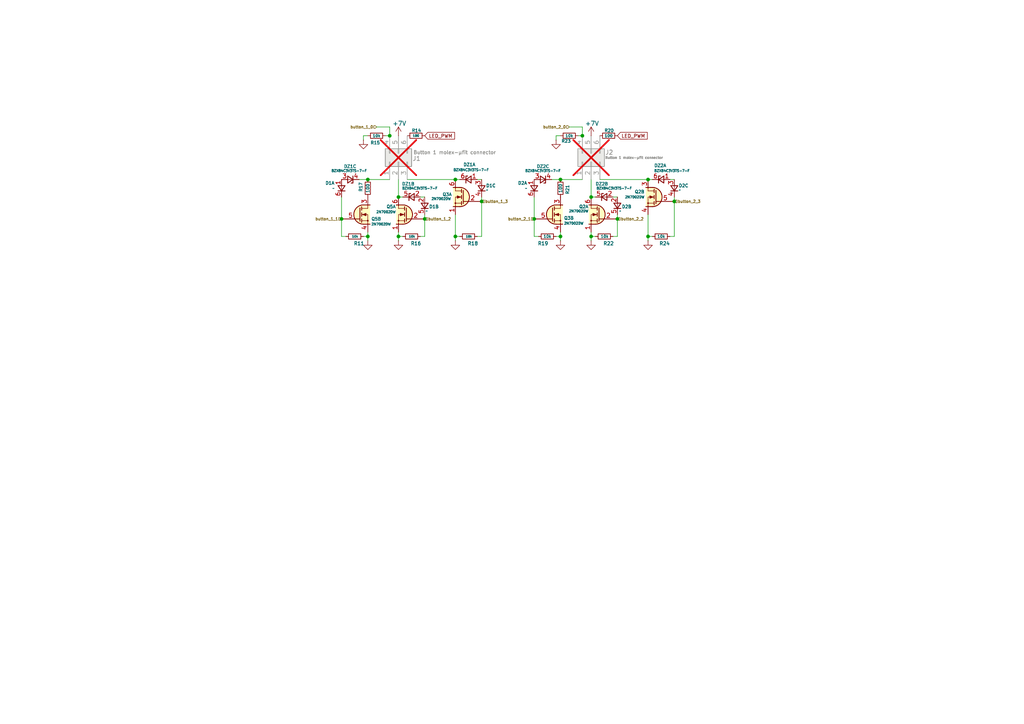
<source format=kicad_sch>
(kicad_sch (version 20231120) (generator "eeschema") (generator_version "8.0")
  (paper "A4")
  (lib_symbols
    (symbol "Connector_Generic:Conn_02x03_Top_Bottom" (pin_names (offset 1.016) hide)
      (property "Reference" "J" (at 1.27 5.08 0))
      (property "Value" "Conn_02x03_Top_Bottom" (at 1.27 -5.08 0))
      (symbol "Conn_02x03_Top_Bottom_1_1"
        (rectangle (start -1.27 -2.413) (end 0 -2.667) (stroke (width 0.1524)))
        (rectangle (start -1.27 0.127) (end 0 -0.127) (stroke (width 0.1524)))
        (rectangle (start -1.27 2.667) (end 0 2.413) (stroke (width 0.1524)))
        (rectangle (start -1.27 3.81) (end 3.81 -3.81) (stroke (width 0.254)) (fill (type background)))
        (rectangle (start 3.81 -2.413) (end 2.54 -2.667) (stroke (width 0.1524)))
        (rectangle (start 3.81 0.127) (end 2.54 -0.127) (stroke (width 0.1524)))
        (rectangle (start 3.81 2.667) (end 2.54 2.413) (stroke (width 0.1524)))
        (pin passive line (at -5.08 2.54 0) (length 3.81) (name "Pin_1") (number "1"))
        (pin passive line (at -5.08 0 0) (length 3.81) (name "Pin_2") (number "2"))
        (pin passive line (at -5.08 -2.54 0) (length 3.81) (name "Pin_3") (number "3"))
        (pin passive line (at 7.62 2.54 180) (length 3.81) (name "Pin_4") (number "4"))
        (pin passive line (at 7.62 0 180) (length 3.81) (name "Pin_5") (number "5"))
        (pin passive line (at 7.62 -2.54 180) (length 3.81) (name "Pin_6") (number "6"))
      )
    )
    (symbol "Device:R_Small" (pin_numbers hide) (pin_names (offset 0.254) hide)
      (property "Reference" "R" (at 0.762 0.508 0))
      (property "Value" "R_Small" (at 0.762 -1.016 0))
      (symbol "R_Small_0_1"
        (rectangle (start -0.762 1.778) (end 0.762 -1.778) (stroke (width 0.2032)))
      )
      (symbol "R_Small_1_1"
        (pin passive line (at 0 2.54 270) (length 0.762) (name "~") (number "1"))
        (pin passive line (at 0 -2.54 90) (length 0.762) (name "~") (number "2"))
      )
    )
    (symbol "PCM_Transistor_MOSFET_AKL:2N7002DW" (pin_names (offset 1.016) hide)
      (property "Reference" "Q" (at 3.81 1.27 0))
      (property "Value" "2N7002DW" (at 3.81 -1.27 0))
      (symbol "2N7002DW_1_1"
        (polyline (pts (xy -1.016 1.905) (xy -1.016 -1.905)) (stroke (width 0.254)))
        (polyline (pts (xy -0.508 -1.778) (xy 1.27 -1.778)))
        (polyline (pts (xy -0.508 -1.27) (xy -0.508 -2.286)) (stroke (width 0.254)))
        (polyline (pts (xy -0.508 0.508) (xy -0.508 -0.508)) (stroke (width 0.254)))
        (polyline (pts (xy -0.508 2.286) (xy -0.508 1.27)) (stroke (width 0.254)))
        (polyline (pts (xy 0 -2.794) (xy 1.905 -2.794)) (stroke (width 0.254)))
        (polyline (pts (xy 0 2.794) (xy 1.905 2.794)) (stroke (width 0.254)))
        (polyline (pts (xy 1.27 1.778) (xy -0.508 1.778)))
        (polyline (pts (xy 1.27 2.54) (xy 1.27 1.778)))
        (polyline (pts (xy 1.27 -2.54) (xy 1.27 0) (xy -0.508 0)))
        (polyline (pts (xy -0.254 0) (xy 0.762 0.381) (xy 0.762 -0.381) (xy -0.254 0)) (fill (type outline)))
        (polyline (pts (xy 1.905 -2.794) (xy -0.254 -2.794) (xy -1.397 -2.413) (xy -2.286 -1.651) (xy -2.667 -0.762) (xy -2.794 0.127) (xy -2.54 1.143) (xy -2.032 1.905) (xy -1.397 2.413) (xy -0.508 2.794) (xy 1.905 2.794)) (fill (type background)))
        (arc (start 0 2.794) (mid -2.7819 0) (end 0 -2.794) (stroke (width 0.254)))
        (circle (center 1.27 -1.778) (radius 0.1778) (fill (type outline)))
        (pin passive line (at 1.27 -5.08 90) (length 2.54) (name "S1") (number "1"))
        (pin input line (at -6.35 -1.27 0) (length 5.207) (name "G1") (number "2"))
        (pin passive line (at 1.27 5.08 270) (length 2.54) (name "D1") (number "6"))
      )
      (symbol "2N7002DW_2_1"
        (polyline (pts (xy -1.016 1.905) (xy -1.016 -1.905)) (stroke (width 0.254)))
        (polyline (pts (xy -0.508 -1.778) (xy 1.27 -1.778)))
        (polyline (pts (xy -0.508 -1.27) (xy -0.508 -2.286)) (stroke (width 0.254)))
        (polyline (pts (xy -0.508 0.508) (xy -0.508 -0.508)) (stroke (width 0.254)))
        (polyline (pts (xy -0.508 2.286) (xy -0.508 1.27)) (stroke (width 0.254)))
        (polyline (pts (xy 0 -2.794) (xy 1.905 -2.794)) (stroke (width 0.254)))
        (polyline (pts (xy 0 2.794) (xy 1.905 2.794)) (stroke (width 0.254)))
        (polyline (pts (xy 1.27 1.778) (xy -0.508 1.778)))
        (polyline (pts (xy 1.27 2.54) (xy 1.27 1.778)))
        (polyline (pts (xy 1.27 -2.54) (xy 1.27 0) (xy -0.508 0)))
        (polyline (pts (xy -0.254 0) (xy 0.762 0.381) (xy 0.762 -0.381) (xy -0.254 0)) (fill (type outline)))
        (polyline (pts (xy 1.905 -2.794) (xy -0.254 -2.794) (xy -1.397 -2.413) (xy -2.286 -1.651) (xy -2.667 -0.762) (xy -2.794 0.127) (xy -2.54 1.143) (xy -2.032 1.905) (xy -1.397 2.413) (xy -0.508 2.794) (xy 1.905 2.794)) (fill (type background)))
        (arc (start 0 2.794) (mid -2.7819 0) (end 0 -2.794) (stroke (width 0.254)))
        (circle (center 1.27 -1.778) (radius 0.1778) (fill (type outline)))
        (pin passive line (at 1.27 5.08 270) (length 2.54) (name "D2") (number "3"))
        (pin passive line (at 1.27 -5.08 90) (length 2.54) (name "S2") (number "4"))
        (pin input line (at -6.35 -1.27 0) (length 5.207) (name "G2") (number "5"))
      )
    )
    (symbol "power:+5V" (power) (pin_numbers hide) (pin_names (offset 0) hide)
      (property "Value" "+5V" (at 0 3.556 0))
      (symbol "+5V_0_1"
        (polyline (pts (xy -0.762 1.27) (xy 0 2.54)))
        (polyline (pts (xy 0 0) (xy 0 2.54)))
        (polyline (pts (xy 0 2.54) (xy 0.762 1.27)))
      )
      (symbol "+5V_1_1"
        (pin power_in line (at 0 0 90) (length 0) (name "~") (number "1"))
      )
    )
    (symbol "power:GND" (power) (pin_numbers hide) (pin_names (offset 0) hide)
      (property "Value" "GND" (at 0 -3.81 0))
      (symbol "GND_0_1"
        (polyline (pts (xy 0 0) (xy 0 -1.27) (xy 1.27 -1.27) (xy 0 -2.54) (xy -1.27 -1.27) (xy 0 -1.27)))
      )
      (symbol "GND_1_1"
        (pin power_in line (at 0 0 270) (length 0) (name "~") (number "1"))
      )
    )
    (symbol "project_components:BAS16VYs_small" (pin_names (offset 1.016) hide)
      (property "Reference" "D" (at 0 6.35 0))
      (property "Value" "BAS16VYs_small" (at 0 3.81 0))
      (symbol "BAS16VYs_small_0_1"
        (polyline (pts (xy -0.762 0) (xy 0.762 0)))
        (polyline (pts (xy 0.762 -1.016) (xy 0.762 1.016)) (stroke (width 0.254)))
        (polyline (pts (xy -0.762 -1.016) (xy 0.762 0) (xy -0.762 1.016) (xy -0.762 -1.016)) (stroke (width 0.254)))
      )
      (symbol "BAS16VYs_small_0_2"
        (polyline (pts (xy -2.54 -2.54) (xy 2.54 2.54)))
        (polyline (pts (xy 0 1.778) (xy 1.778 0)) (stroke (width 0.254)))
        (polyline (pts (xy -0.889 -0.889) (xy -1.778 0) (xy 0.889 0.889) (xy 0 -1.778) (xy -0.889 -0.889)) (stroke (width 0.254)) (fill (type outline)))
      )
      (symbol "BAS16VYs_small_1_1"
        (pin passive line (at -2.54 0 0) (length 1.778) (name "A3") (number "1"))
        (pin passive line (at 2.54 0 180) (length 1.778) (name "C3") (number "6"))
      )
      (symbol "BAS16VYs_small_1_2"
        (pin passive line (at -2.54 -2.54 0) (length 0) (name "A") (number "1"))
        (pin passive line (at 2.54 2.54 180) (length 0) (name "K") (number "6"))
      )
      (symbol "BAS16VYs_small_2_1"
        (pin passive line (at -2.54 0 0) (length 1.778) (name "A3") (number "2"))
        (pin passive line (at 2.54 0 180) (length 1.778) (name "C3") (number "5"))
      )
      (symbol "BAS16VYs_small_2_2"
        (pin passive line (at -2.54 -2.54 0) (length 0) (name "A2") (number "2"))
        (pin passive line (at 2.54 2.54 180) (length 0) (name "K2") (number "5"))
      )
      (symbol "BAS16VYs_small_3_1"
        (pin passive line (at -2.54 0 0) (length 1.778) (name "A3") (number "3"))
        (pin passive line (at 2.54 0 180) (length 1.778) (name "C3") (number "4"))
      )
      (symbol "BAS16VYs_small_3_2"
        (pin passive line (at -2.54 -2.54 0) (length 0) (name "A2") (number "3"))
        (pin passive line (at 2.54 2.54 180) (length 0) (name "K2") (number "4"))
      )
    )
    (symbol "project_components:BZX84C3V3TS-7-F_small" (pin_names (offset 1.016) hide)
      (property "Reference" "DZ" (at 0 6.35 0))
      (property "Value" "BZX84C3V3TS-7-F" (at 0 3.81 0))
      (symbol "BZX84C3V3TS-7-F_small_0_1"
        (polyline (pts (xy -0.762 0) (xy 0.762 0)))
        (polyline (pts (xy 0.254 -1.016) (xy 0.762 -1.016) (xy 0.762 1.016)) (stroke (width 0.254)))
        (polyline (pts (xy -0.762 -1.016) (xy 0.762 0) (xy -0.762 1.016) (xy -0.762 -1.016)) (stroke (width 0.254)))
      )
      (symbol "BZX84C3V3TS-7-F_small_0_2"
        (polyline (pts (xy -2.54 -2.54) (xy 2.54 2.54)))
        (polyline (pts (xy 0 1.778) (xy -0.381 1.397)) (stroke (width 0.254)))
        (polyline (pts (xy 0 1.778) (xy 1.778 0)) (stroke (width 0.254)))
        (polyline (pts (xy -0.889 -0.889) (xy -1.778 0) (xy 0.889 0.889) (xy 0 -1.778) (xy -0.889 -0.889)) (stroke (width 0.254)) (fill (type outline)))
      )
      (symbol "BZX84C3V3TS-7-F_small_1_1"
        (pin passive line (at -2.54 0 0) (length 1.778) (name "A1") (number "1"))
        (pin passive line (at 2.54 0 180) (length 1.778) (name "C1") (number "6"))
      )
      (symbol "BZX84C3V3TS-7-F_small_1_2"
        (pin passive line (at 0 0 0) (length 2.54) hide (name "A1") (number "1"))
        (pin passive line (at 2.54 2.54 180) (length 0) (name "C1") (number "6"))
      )
      (symbol "BZX84C3V3TS-7-F_small_2_1"
        (pin passive line (at -2.54 0 0) (length 1.778) (name "A2") (number "2"))
        (pin passive line (at 2.54 0 180) (length 1.778) (name "C2") (number "5"))
      )
      (symbol "BZX84C3V3TS-7-F_small_2_2"
        (pin passive line (at -2.54 -2.54 0) (length 0) (name "A2") (number "2"))
        (pin passive line (at -2.54 -2.54 180) (length 0) (name "C2") (number "5"))
      )
      (symbol "BZX84C3V3TS-7-F_small_3_1"
        (pin passive line (at -2.54 0 0) (length 1.778) (name "A3") (number "3"))
        (pin passive line (at 2.54 0 180) (length 1.778) (name "C3") (number "4"))
      )
      (symbol "BZX84C3V3TS-7-F_small_3_2"
        (pin passive line (at 2.54 2.54 0) (length 0) (name "A3") (number "3"))
        (pin passive line (at 0 0 180) (length 2.54) hide (name "C3") (number "4"))
      )
    )
  )
  (junction (at 115.57 68.58))
  (junction (at 99.06 63.5))
  (junction (at 132.08 68.58))
  (junction (at 187.96 52.07))
  (junction (at 162.56 52.07))
  (junction (at 195.58 58.42))
  (junction (at 113.03 39.37))
  (junction (at 168.91 39.37))
  (junction (at 106.68 52.07))
  (junction (at 187.96 68.58))
  (junction (at 106.68 68.58))
  (junction (at 132.08 52.07))
  (junction (at 123.19 63.5))
  (junction (at 171.45 68.58))
  (junction (at 162.56 68.58))
  (junction (at 139.7 58.42))
  (junction (at 154.94 63.5))
  (junction (at 179.07 63.5))
  (junction (at 171.45 57.15))
  (junction (at 115.57 57.15))
  (wire (pts (xy 111.76 39.37) (xy 113.03 39.37)))
  (wire (pts (xy 105.41 68.58) (xy 106.68 68.58)))
  (wire (pts (xy 177.8 68.58) (xy 179.07 68.58)))
  (wire (pts (xy 167.64 39.37) (xy 168.91 39.37)))
  (wire (pts (xy 115.57 57.15) (xy 116.84 57.15)))
  (wire (pts (xy 109.22 36.83) (xy 113.03 36.83)))
  (wire (pts (xy 187.96 62.23) (xy 187.96 68.58)))
  (wire (pts (xy 113.03 36.83) (xy 113.03 39.37)))
  (wire (pts (xy 121.92 68.58) (xy 123.19 68.58)))
  (wire (pts (xy 165.1 36.83) (xy 168.91 36.83)))
  (wire (pts (xy 195.58 57.15) (xy 195.58 58.42)))
  (wire (pts (xy 106.68 52.07) (xy 113.03 52.07)))
  (wire (pts (xy 194.31 68.58) (xy 195.58 68.58)))
  (wire (pts (xy 105.41 39.37) (xy 106.68 39.37)))
  (wire (pts (xy 99.06 68.58) (xy 100.33 68.58)))
  (wire (pts (xy 139.7 57.15) (xy 139.7 58.42)))
  (wire (pts (xy 138.43 52.07) (xy 139.7 52.07)))
  (wire (pts (xy 171.45 68.58) (xy 172.72 68.58)))
  (wire (pts (xy 132.08 52.07) (xy 133.35 52.07)))
  (wire (pts (xy 171.45 67.31) (xy 171.45 68.58)))
  (wire (pts (xy 115.57 67.31) (xy 115.57 68.58)))
  (wire (pts (xy 187.96 52.07) (xy 189.23 52.07)))
  (wire (pts (xy 160.02 52.07) (xy 162.56 52.07)))
  (wire (pts (xy 138.43 68.58) (xy 139.7 68.58)))
  (wire (pts (xy 132.08 68.58) (xy 133.35 68.58)))
  (wire (pts (xy 106.68 68.58) (xy 106.68 69.85)))
  (wire (pts (xy 123.19 63.5) (xy 123.19 68.58)))
  (wire (pts (xy 194.31 52.07) (xy 195.58 52.07)))
  (wire (pts (xy 171.45 68.58) (xy 171.45 69.85)))
  (wire (pts (xy 161.29 39.37) (xy 161.29 40.64)))
  (wire (pts (xy 179.07 62.23) (xy 179.07 63.5)))
  (wire (pts (xy 123.19 62.23) (xy 123.19 63.5)))
  (wire (pts (xy 121.92 57.15) (xy 123.19 57.15)))
  (wire (pts (xy 161.29 68.58) (xy 162.56 68.58)))
  (wire (pts (xy 173.99 52.07) (xy 187.96 52.07)))
  (wire (pts (xy 162.56 68.58) (xy 162.56 69.85)))
  (wire (pts (xy 99.06 63.5) (xy 99.06 68.58)))
  (wire (pts (xy 195.58 58.42) (xy 195.58 68.58)))
  (wire (pts (xy 177.8 57.15) (xy 179.07 57.15)))
  (wire (pts (xy 154.94 68.58) (xy 156.21 68.58)))
  (wire (pts (xy 115.57 68.58) (xy 116.84 68.58)))
  (wire (pts (xy 118.11 52.07) (xy 132.08 52.07)))
  (wire (pts (xy 115.57 52.07) (xy 115.57 57.15)))
  (wire (pts (xy 168.91 36.83) (xy 168.91 39.37)))
  (wire (pts (xy 105.41 39.37) (xy 105.41 40.64)))
  (wire (pts (xy 171.45 52.07) (xy 171.45 57.15)))
  (wire (pts (xy 154.94 63.5) (xy 154.94 68.58)))
  (wire (pts (xy 132.08 68.58) (xy 132.08 69.85)))
  (wire (pts (xy 154.94 57.15) (xy 154.94 63.5)))
  (wire (pts (xy 139.7 58.42) (xy 139.7 68.58)))
  (wire (pts (xy 161.29 39.37) (xy 162.56 39.37)))
  (wire (pts (xy 104.14 52.07) (xy 106.68 52.07)))
  (wire (pts (xy 115.57 68.58) (xy 115.57 69.85)))
  (wire (pts (xy 187.96 68.58) (xy 187.96 69.85)))
  (wire (pts (xy 132.08 62.23) (xy 132.08 68.58)))
  (wire (pts (xy 162.56 67.31) (xy 162.56 68.58)))
  (wire (pts (xy 106.68 67.31) (xy 106.68 68.58)))
  (wire (pts (xy 99.06 57.15) (xy 99.06 63.5)))
  (wire (pts (xy 162.56 52.07) (xy 168.91 52.07)))
  (wire (pts (xy 187.96 68.58) (xy 189.23 68.58)))
  (wire (pts (xy 179.07 63.5) (xy 179.07 68.58)))
  (wire (pts (xy 171.45 57.15) (xy 172.72 57.15)))
  (global_label "LED_PWM" (shape input) (at 179.07 39.37 0) (effects (font (size 1 1))) (property "Intersheetrefs" "${INTERSHEET_REFS}" (effects (hide yes))))
  (global_label "LED_PWM" (shape input) (at 123.19 39.37 0) (effects (font (size 1 1))) (property "Intersheetrefs" "${INTERSHEET_REFS}" (effects (hide yes))))
  (hierarchical_label "button_1_1" (shape input) (at 99.06 63.5 180) (effects (font (size 0.8 0.8))))
  (hierarchical_label "button_2_1" (shape input) (at 154.94 63.5 180) (effects (font (size 0.8 0.8))))
  (hierarchical_label "button_1_2" (shape input) (at 123.19 63.5 0) (effects (font (size 0.8 0.8))))
  (hierarchical_label "button_2_0" (shape input) (at 165.1 36.83 180) (effects (font (size 0.8 0.8))))
  (hierarchical_label "button_2_2" (shape input) (at 179.07 63.5 0) (effects (font (size 0.8 0.8))))
  (hierarchical_label "button_1_3" (shape input) (at 139.7 58.42 0) (effects (font (size 0.8 0.8))))
  (hierarchical_label "button_1_0" (shape input) (at 109.22 36.83 180) (effects (font (size 0.8 0.8))))
  (hierarchical_label "button_2_3" (shape input) (at 195.58 58.42 0) (effects (font (size 0.8 0.8))))
  (symbol (lib_id "PCM_Transistor_MOSFET_AKL:2N7002DW") (at 133.35 57.15 0) (mirror y) (unit 1)
    (property "Reference" "Q3" (at 131.064 56.388 0) (effects (font (size 0.9 0.9)) (justify left)))
    (property "Value" "2N7002DW" (at 130.81 57.658 0) (effects (font (size 0.7 0.7)) (justify left)))
    (property "Footprint" "PCM_Package_TO_SOT_SMD_AKL:SOT-363_SC-70-6" (effects (hide yes)))
    (property "Datasheet" "https://wmsc.lcsc.com/wmsc/upload/file/pdf/v2/lcsc/2201191030_Jiangsu-Changjing-Electronics-Technology-Co---Ltd--2N7002DW_C2961242.pdf" (effects (hide yes)))
    (property "Description" "SOT-363 Dual NMOS enchancement mode transistor, 60V, 300mA, 500mW, Alternate KiCAD Library" (effects (hide yes)))
    (property "JLCPCB" "C2961242" (effects (hide yes)))
    (property "Note" "no" (effects (hide yes)))
    (property "Product" "2N7002DW" (effects (hide yes)))
    (instances (project "steering_pcb" (path "" (reference "Q3") (unit 1)) (path "" (reference "Q20") (unit 1)) (path "" (reference "Q11") (unit 1)) (path "" (reference "Q14") (unit 1)) (path "" (reference "Q8") (unit 1)) (path "" (reference "Q17") (unit 1))))
  )
  (symbol (lib_id "project_components:BAS16VYs_small") (at 195.58 54.61 270) (unit 3)
    (property "Reference" "D2" (at 196.85 53.848 90) (effects (font (size 0.9 0.9)) (justify left)))
    (property "Value" "~" (at 196.85 55.118 90) (effects (font (size 0.7 0.7)) (justify left)))
    (property "Footprint" "PCM_Package_TO_SOT_SMD_AKL:SOT-363_SC-70-6" (effects (hide yes)))
    (property "Datasheet" "https://www.lcsc.com/datasheet/lcsc_datasheet_2407241026_Nexperia-BAS16VY-115_C135826.pdf" (effects (hide yes)))
    (property "Description" "3 Independent 200mA 1.25V@150mA 100V SOT-363 Diodes - General Purpose ROHS" (effects (hide yes)))
    (property "JLCPCB" "C135826" (effects (hide yes)))
    (property "Product" "BAS16VYs" (effects (hide yes)))
    (property "Note" "no" (effects (hide yes)))
    (instances (project "steering_pcb" (path "" (reference "D2") (unit 3)) (path "" (reference "D12") (unit 3)) (path "" (reference "D6") (unit 3)) (path "" (reference "D8") (unit 3)) (path "" (reference "D4") (unit 3)) (path "" (reference "D10") (unit 3))))
  )
  (symbol (lib_id "power:GND") (at 187.96 69.85 0) (unit 1)
    (property "Reference" "#PWR037" (effects (hide yes)))
    (property "Value" "GND" (effects (hide yes)))
    (property "Description" "Power symbol creates a global label with name \"GND\" , ground" (effects (hide yes)))
    (instances (project "steering_pcb" (path "" (reference "#PWR037") (unit 1)) (path "" (reference "#PWR0101") (unit 1)) (path "" (reference "#PWR070") (unit 1)) (path "" (reference "#PWR081") (unit 1)) (path "" (reference "#PWR048") (unit 1)) (path "" (reference "#PWR091") (unit 1))))
  )
  (symbol (lib_id "project_components:BAS16VYs_small") (at 139.7 54.61 270) (unit 3)
    (property "Reference" "D1" (at 140.97 53.848 90) (effects (font (size 0.9 0.9)) (justify left)))
    (property "Value" "~" (at 140.97 55.118 90) (effects (font (size 0.7 0.7)) (justify left)))
    (property "Footprint" "PCM_Package_TO_SOT_SMD_AKL:SOT-363_SC-70-6" (effects (hide yes)))
    (property "Datasheet" "https://www.lcsc.com/datasheet/lcsc_datasheet_2407241026_Nexperia-BAS16VY-115_C135826.pdf" (effects (hide yes)))
    (property "Description" "3 Independent 200mA 1.25V@150mA 100V SOT-363 Diodes - General Purpose ROHS" (effects (hide yes)))
    (property "JLCPCB" "C135826" (effects (hide yes)))
    (property "Product" "BAS16VYs" (effects (hide yes)))
    (property "Note" "no" (effects (hide yes)))
    (instances (project "steering_pcb" (path "" (reference "D1") (unit 3)) (path "" (reference "D11") (unit 3)) (path "" (reference "D5") (unit 3)) (path "" (reference "D7") (unit 3)) (path "" (reference "D3") (unit 3)) (path "" (reference "D9") (unit 3))))
  )
  (symbol (lib_id "Device:R_Small") (at 106.68 54.61 180) (unit 1)
    (property "Reference" "R17" (at 104.648 55.626 90) (effects (font (size 0.9 0.9)) (justify right)))
    (property "Value" "100" (at 106.68 54.61 90) (effects (font (size 0.9 0.9))))
    (property "Footprint" "Resistor_SMD:R_0402_1005Metric_Pad0.72x0.64mm_HandSolder" (effects (hide yes)))
    (property "Datasheet" "https://jlcpcb.com/partdetail/25819-0402WGF1000TCE/C25076" (effects (hide yes)))
    (property "Description" "Resistor, small symbol" (effects (hide yes)))
    (property "JLCPCB" "C25076" (effects (hide yes)))
    (property "Note" "basic" (effects (hide yes)))
    (property "Product" "0402WGF1000TCE" (effects (hide yes)))
    (instances (project "steering_pcb" (path "" (reference "R17") (unit 1)) (path "" (reference "R75") (unit 1)) (path "" (reference "R39") (unit 1)) (path "" (reference "R51") (unit 1)) (path "" (reference "R27") (unit 1)) (path "" (reference "R63") (unit 1))))
  )
  (symbol (lib_id "PCM_Transistor_MOSFET_AKL:2N7002DW") (at 161.29 62.23 0) (unit 2)
    (property "Reference" "Q3" (at 163.576 63.246 0) (effects (font (size 0.9 0.9)) (justify left)))
    (property "Value" "2N7002DW" (at 163.576 64.77 0) (effects (font (size 0.7 0.7)) (justify left)))
    (property "Footprint" "PCM_Package_TO_SOT_SMD_AKL:SOT-363_SC-70-6" (effects (hide yes)))
    (property "Datasheet" "https://wmsc.lcsc.com/wmsc/upload/file/pdf/v2/lcsc/2201191030_Jiangsu-Changjing-Electronics-Technology-Co---Ltd--2N7002DW_C2961242.pdf" (effects (hide yes)))
    (property "Description" "SOT-363 Dual NMOS enchancement mode transistor, 60V, 300mA, 500mW, Alternate KiCAD Library" (effects (hide yes)))
    (property "JLCPCB" "C2961242" (effects (hide yes)))
    (property "Note" "no" (effects (hide yes)))
    (property "Product" "2N7002DW" (effects (hide yes)))
    (instances (project "steering_pcb" (path "" (reference "Q3") (unit 2)) (path "" (reference "Q20") (unit 2)) (path "" (reference "Q11") (unit 2)) (path "" (reference "Q14") (unit 2)) (path "" (reference "Q8") (unit 2)) (path "" (reference "Q17") (unit 2))))
  )
  (symbol (lib_id "Connector_Generic:Conn_02x03_Top_Bottom") (at 171.45 46.99 90) (unit 1) (dnp yes)
    (property "Reference" "J2" (at 175.514 44.196 90) (effects (justify right)))
    (property "Value" "Button 1 molex-µfit connector" (at 175.514 45.72 90) (effects (font (size 0.7 0.7)) (justify right)))
    (property "Footprint" "Connector_Molex:Molex_Micro-Fit_3.0_43045-0612_2x03_P3.00mm_Vertical" (effects (hide yes)))
    (property "Datasheet" "https://docs.rs-online.com/579a/0900766b81680210.pdf" (effects (hide yes)))
    (property "Description" "Generic connector, double row, 02x03, top/bottom pin numbering scheme (row 1: 1...pins_per_row, row2: pins_per_row+1 ... num_pins), script generated (kicad-library-utils/schlib/autogen/connector/)" (effects (hide yes)))
    (instances (project "steering_pcb" (path "" (reference "J2") (unit 1)) (path "" (reference "J12") (unit 1)) (path "" (reference "J6") (unit 1)) (path "" (reference "J8") (unit 1)) (path "" (reference "J4") (unit 1)) (path "" (reference "J10") (unit 1))))
  )
  (symbol (lib_id "project_components:BZX84C3V3TS-7-F_small") (at 101.6 52.07 0) (unit 3)
    (property "Reference" "DZ1" (at 103.378 48.26 0) (effects (font (size 0.9 0.9)) (justify right)))
    (property "Value" "BZX84C3V3TS-7-F" (at 106.426 49.53 0) (effects (font (size 0.7 0.7)) (justify right)))
    (property "Footprint" "Package_TO_SOT_SMD:SOT-363_SC-70-6" (effects (hide yes)))
    (property "Datasheet" "https://jlcpcb.com/api/file/downloadByFileSystemAccessId/8560094857085030400" (effects (hide yes)))
    (property "Description" "SOT-363 Triple Zener diode, independent, 3V, 200mW" (effects (hide yes)))
    (property "JLCPCB" "C5124989" (effects (hide yes)))
    (property "Product" "BZX84C3V3TS-7-F" (effects (hide yes)))
    (property "Note" "no" (effects (hide yes)))
    (instances (project "steering_pcb" (path "" (reference "DZ1") (unit 3)) (path "" (reference "DZ11") (unit 3)) (path "" (reference "DZ5") (unit 3)) (path "" (reference "DZ7") (unit 3)) (path "" (reference "DZ3") (unit 3)) (path "" (reference "DZ9") (unit 3))))
  )
  (symbol (lib_id "Device:R_Small") (at 109.22 39.37 270) (unit 1)
    (property "Reference" "R15" (at 110.236 41.402 90) (effects (font (size 0.9 0.9)) (justify right)))
    (property "Value" "10k" (at 109.22 39.37 90) (effects (font (size 0.8 0.8))))
    (property "Footprint" "Resistor_SMD:R_0402_1005Metric_Pad0.72x0.64mm_HandSolder" (effects (hide yes)))
    (property "Datasheet" "https://jlcpcb.com/partdetail/C25531" (effects (hide yes)))
    (property "JLCPCB" "C25531" (effects (hide yes)))
    (property "Note" "basic" (effects (hide yes)))
    (property "Product" "0402WGJ0103TCE" (effects (hide yes)))
    (instances (project "steering_pcb" (path "" (reference "R15") (unit 1)) (path "" (reference "R76") (unit 1)) (path "" (reference "R40") (unit 1)) (path "" (reference "R52") (unit 1)) (path "" (reference "R28") (unit 1)) (path "" (reference "R64") (unit 1))))
  )
  (symbol (lib_id "Device:R_Small") (at 135.89 68.58 90) (unit 1)
    (property "Reference" "R18" (at 138.684 70.612 90) (effects (font (size 1 1)) (justify left)))
    (property "Value" "10k" (at 136.906 68.58 90) (effects (font (size 0.635 0.635)) (justify left)))
    (property "Footprint" "Resistor_SMD:R_0402_1005Metric_Pad0.72x0.64mm_HandSolder" (effects (hide yes)))
    (property "Datasheet" "https://jlcpcb.com/partdetail/C25531" (effects (hide yes)))
    (property "JLCPCB" "C25531" (effects (hide yes)))
    (property "Note" "basic" (effects (hide yes)))
    (property "Product" "0402WGJ0103TCE" (effects (hide yes)))
    (instances (project "steering_pcb" (path "" (reference "R18") (unit 1)) (path "" (reference "R79") (unit 1)) (path "" (reference "R43") (unit 1)) (path "" (reference "R55") (unit 1)) (path "" (reference "R31") (unit 1)) (path "" (reference "R67") (unit 1))))
  )
  (symbol (lib_id "PCM_Transistor_MOSFET_AKL:2N7002DW") (at 116.84 62.23 0) (mirror y) (unit 1)
    (property "Reference" "Q5" (at 114.808 59.944 0) (effects (font (size 0.9 0.9)) (justify left)))
    (property "Value" "2N7002DW" (at 114.808 61.468 0) (effects (font (size 0.7 0.7)) (justify left)))
    (property "Footprint" "PCM_Package_TO_SOT_SMD_AKL:SOT-363_SC-70-6" (effects (hide yes)))
    (property "Datasheet" "https://wmsc.lcsc.com/wmsc/upload/file/pdf/v2/lcsc/2201191030_Jiangsu-Changjing-Electronics-Technology-Co---Ltd--2N7002DW_C2961242.pdf" (effects (hide yes)))
    (property "Description" "SOT-363 Dual NMOS enchancement mode transistor, 60V, 300mA, 500mW, Alternate KiCAD Library" (effects (hide yes)))
    (property "JLCPCB" "C2961242" (effects (hide yes)))
    (property "Note" "no" (effects (hide yes)))
    (property "Product" "2N7002DW" (effects (hide yes)))
    (instances (project "steering_pcb" (path "" (reference "Q5") (unit 1)) (path "" (reference "Q19") (unit 1)) (path "" (reference "Q10") (unit 1)) (path "" (reference "Q13") (unit 1)) (path "" (reference "Q7") (unit 1)) (path "" (reference "Q16") (unit 1))))
  )
  (symbol (lib_id "power:GND") (at 171.45 69.85 0) (unit 1)
    (property "Reference" "#PWR036" (effects (hide yes)))
    (property "Value" "GND" (effects (hide yes)))
    (property "Description" "Power symbol creates a global label with name \"GND\" , ground" (effects (hide yes)))
    (instances (project "steering_pcb" (path "" (reference "#PWR036") (unit 1)) (path "" (reference "#PWR0100") (unit 1)) (path "" (reference "#PWR069") (unit 1)) (path "" (reference "#PWR080") (unit 1)) (path "" (reference "#PWR047") (unit 1)) (path "" (reference "#PWR090") (unit 1))))
  )
  (symbol (lib_id "project_components:BZX84C3V3TS-7-F_small") (at 119.38 57.15 180) (unit 2)
    (property "Reference" "DZ1" (at 116.586 53.34 0) (effects (font (size 0.9 0.9)) (justify right)))
    (property "Value" "BZX84C3V3TS-7-F" (at 116.586 54.61 0) (effects (font (size 0.7 0.7)) (justify right)))
    (property "Footprint" "Package_TO_SOT_SMD:SOT-363_SC-70-6" (effects (hide yes)))
    (property "Datasheet" "https://jlcpcb.com/api/file/downloadByFileSystemAccessId/8560094857085030400" (effects (hide yes)))
    (property "Description" "SOT-363 Triple Zener diode, independent, 3V, 200mW" (effects (hide yes)))
    (property "JLCPCB" "C5124989" (effects (hide yes)))
    (property "Product" "BZX84C3V3TS-7-F" (effects (hide yes)))
    (property "Note" "no" (effects (hide yes)))
    (instances (project "steering_pcb" (path "" (reference "DZ1") (unit 2)) (path "" (reference "DZ11") (unit 2)) (path "" (reference "DZ5") (unit 2)) (path "" (reference "DZ7") (unit 2)) (path "" (reference "DZ3") (unit 2)) (path "" (reference "DZ9") (unit 2))))
  )
  (symbol (lib_id "power:GND") (at 106.68 69.85 0) (mirror y) (unit 1)
    (property "Reference" "#PWR025" (effects (hide yes)))
    (property "Value" "GND" (effects (hide yes)))
    (property "Description" "Power symbol creates a global label with name \"GND\" , ground" (effects (hide yes)))
    (instances (project "steering_pcb" (path "" (reference "#PWR025") (unit 1)) (path "" (reference "#PWR093") (unit 1)) (path "" (reference "#PWR051") (unit 1)) (path "" (reference "#PWR073") (unit 1)) (path "" (reference "#PWR039") (unit 1)) (path "" (reference "#PWR083") (unit 1))))
  )
  (symbol (lib_id "Connector_Generic:Conn_02x03_Top_Bottom") (at 115.57 46.99 90) (unit 1) (dnp yes)
    (property "Reference" "J1" (at 119.634 45.974 90) (effects (justify right)))
    (property "Value" "Button 1 molex-µfit connector" (at 119.888 44.196 90) (effects (font (size 1 1)) (justify right)))
    (property "Footprint" "Connector_Molex:Molex_Micro-Fit_3.0_43045-0612_2x03_P3.00mm_Vertical" (effects (hide yes)))
    (property "Datasheet" "https://docs.rs-online.com/579a/0900766b81680210.pdf" (effects (hide yes)))
    (property "Description" "Generic connector, double row, 02x03, top/bottom pin numbering scheme (row 1: 1...pins_per_row, row2: pins_per_row+1 ... num_pins), script generated (kicad-library-utils/schlib/autogen/connector/)" (effects (hide yes)))
    (instances (project "steering_pcb" (path "" (reference "J1") (unit 1)) (path "" (reference "J11") (unit 1)) (path "" (reference "J5") (unit 1)) (path "" (reference "J7") (unit 1)) (path "" (reference "J3") (unit 1)) (path "" (reference "J9") (unit 1))))
  )
  (symbol (lib_id "power:GND") (at 162.56 69.85 0) (mirror y) (unit 1)
    (property "Reference" "#PWR032" (effects (hide yes)))
    (property "Value" "GND" (effects (hide yes)))
    (property "Description" "Power symbol creates a global label with name \"GND\" , ground" (effects (hide yes)))
    (instances (project "steering_pcb" (path "" (reference "#PWR032") (unit 1)) (path "" (reference "#PWR098") (unit 1)) (path "" (reference "#PWR066") (unit 1)) (path "" (reference "#PWR078") (unit 1)) (path "" (reference "#PWR045") (unit 1)) (path "" (reference "#PWR088") (unit 1))))
  )
  (symbol (lib_id "power:GND") (at 161.29 40.64 0) (unit 1)
    (property "Reference" "#PWR031" (effects (hide yes)))
    (property "Value" "GND" (effects (hide yes)))
    (property "Description" "Power symbol creates a global label with name \"GND\" , ground" (effects (hide yes)))
    (instances (project "steering_pcb" (path "" (reference "#PWR031") (unit 1)) (path "" (reference "#PWR097") (unit 1)) (path "" (reference "#PWR065") (unit 1)) (path "" (reference "#PWR077") (unit 1)) (path "" (reference "#PWR044") (unit 1)) (path "" (reference "#PWR087") (unit 1))))
  )
  (symbol (lib_id "power:GND") (at 105.41 40.64 0) (unit 1)
    (property "Reference" "#PWR024" (effects (hide yes)))
    (property "Value" "GND" (effects (hide yes)))
    (property "Description" "Power symbol creates a global label with name \"GND\" , ground" (effects (hide yes)))
    (instances (project "steering_pcb" (path "" (reference "#PWR024") (unit 1)) (path "" (reference "#PWR092") (unit 1)) (path "" (reference "#PWR050") (unit 1)) (path "" (reference "#PWR071") (unit 1)) (path "" (reference "#PWR020") (unit 1)) (path "" (reference "#PWR082") (unit 1))))
  )
  (symbol (lib_id "Device:R_Small") (at 119.38 68.58 90) (unit 1)
    (property "Reference" "R16" (at 122.174 70.612 90) (effects (font (size 1 1)) (justify left)))
    (property "Value" "10k" (at 120.396 68.58 90) (effects (font (size 0.635 0.635)) (justify left)))
    (property "Footprint" "Resistor_SMD:R_0402_1005Metric_Pad0.72x0.64mm_HandSolder" (effects (hide yes)))
    (property "Datasheet" "https://jlcpcb.com/partdetail/C25531" (effects (hide yes)))
    (property "JLCPCB" "C25531" (effects (hide yes)))
    (property "Note" "basic" (effects (hide yes)))
    (property "Product" "0402WGJ0103TCE" (effects (hide yes)))
    (instances (project "steering_pcb" (path "" (reference "R16") (unit 1)) (path "" (reference "R77") (unit 1)) (path "" (reference "R41") (unit 1)) (path "" (reference "R53") (unit 1)) (path "" (reference "R29") (unit 1)) (path "" (reference "R65") (unit 1))))
  )
  (symbol (lib_id "Device:R_Small") (at 158.75 68.58 270) (mirror x) (unit 1)
    (property "Reference" "R19" (at 155.956 70.612 90) (effects (font (size 1 1)) (justify left)))
    (property "Value" "10k" (at 158.75 68.58 90) (effects (font (size 0.8 0.8))))
    (property "Footprint" "Resistor_SMD:R_0402_1005Metric_Pad0.72x0.64mm_HandSolder" (effects (hide yes)))
    (property "Datasheet" "https://jlcpcb.com/partdetail/C25531" (effects (hide yes)))
    (property "JLCPCB" "C25531" (effects (hide yes)))
    (property "Note" "basic" (effects (hide yes)))
    (property "Product" "0402WGJ0103TCE" (effects (hide yes)))
    (instances (project "steering_pcb" (path "" (reference "R19") (unit 1)) (path "" (reference "R80") (unit 1)) (path "" (reference "R44") (unit 1)) (path "" (reference "R56") (unit 1)) (path "" (reference "R32") (unit 1)) (path "" (reference "R68") (unit 1))))
  )
  (symbol (lib_id "project_components:BZX84C3V3TS-7-F_small") (at 175.26 57.15 180) (unit 2)
    (property "Reference" "DZ2" (at 172.72 53.34 0) (effects (font (size 0.9 0.9)) (justify right)))
    (property "Value" "BZX84C3V3TS-7-F" (at 172.974 54.61 0) (effects (font (size 0.7 0.7)) (justify right)))
    (property "Footprint" "Package_TO_SOT_SMD:SOT-363_SC-70-6" (effects (hide yes)))
    (property "Datasheet" "https://jlcpcb.com/api/file/downloadByFileSystemAccessId/8560094857085030400" (effects (hide yes)))
    (property "Description" "SOT-363 Triple Zener diode, independent, 3V, 200mW" (effects (hide yes)))
    (property "JLCPCB" "C5124989" (effects (hide yes)))
    (property "Product" "BZX84C3V3TS-7-F" (effects (hide yes)))
    (property "Note" "no" (effects (hide yes)))
    (instances (project "steering_pcb" (path "" (reference "DZ2") (unit 2)) (path "" (reference "DZ12") (unit 2)) (path "" (reference "DZ6") (unit 2)) (path "" (reference "DZ8") (unit 2)) (path "" (reference "DZ4") (unit 2)) (path "" (reference "DZ10") (unit 2))))
  )
  (symbol (lib_id "project_components:BZX84C3V3TS-7-F_small") (at 191.77 52.07 180) (unit 1)
    (property "Reference" "DZ2" (at 189.738 48.006 0) (effects (font (size 0.9 0.9)) (justify right)))
    (property "Value" "BZX84C3V3TS-7-F" (at 189.738 49.53 0) (effects (font (size 0.7 0.7)) (justify right)))
    (property "Footprint" "Package_TO_SOT_SMD:SOT-363_SC-70-6" (effects (hide yes)))
    (property "Datasheet" "https://jlcpcb.com/api/file/downloadByFileSystemAccessId/8560094857085030400" (effects (hide yes)))
    (property "Description" "SOT-363 Triple Zener diode, independent, 3V, 200mW" (effects (hide yes)))
    (property "JLCPCB" "C5124989" (effects (hide yes)))
    (property "Product" "BZX84C3V3TS-7-F" (effects (hide yes)))
    (property "Note" "no" (effects (hide yes)))
    (instances (project "steering_pcb" (path "" (reference "DZ2") (unit 1)) (path "" (reference "DZ12") (unit 1)) (path "" (reference "DZ6") (unit 1)) (path "" (reference "DZ8") (unit 1)) (path "" (reference "DZ4") (unit 1)) (path "" (reference "DZ10") (unit 1))))
  )
  (symbol (lib_id "project_components:BAS16VYs_small") (at 154.94 54.61 270) (unit 1)
    (property "Reference" "D2" (at 152.908 53.086 90) (effects (font (size 0.9 0.9)) (justify right)))
    (property "Value" "~" (at 152.908 54.61 90) (effects (font (size 0.7 0.7)) (justify right)))
    (property "Footprint" "PCM_Package_TO_SOT_SMD_AKL:SOT-363_SC-70-6" (effects (hide yes)))
    (property "Datasheet" "https://www.lcsc.com/datasheet/lcsc_datasheet_2407241026_Nexperia-BAS16VY-115_C135826.pdf" (effects (hide yes)))
    (property "Description" "3 Independent 200mA 1.25V@150mA 100V SOT-363 Diodes - General Purpose ROHS" (effects (hide yes)))
    (property "JLCPCB" "C135826" (effects (hide yes)))
    (property "Product" "BAS16VYs" (effects (hide yes)))
    (property "Note" "no" (effects (hide yes)))
    (instances (project "steering_pcb" (path "" (reference "D2") (unit 1)) (path "" (reference "D12") (unit 1)) (path "" (reference "D6") (unit 1)) (path "" (reference "D8") (unit 1)) (path "" (reference "D4") (unit 1)) (path "" (reference "D10") (unit 1))))
  )
  (symbol (lib_id "power:GND") (at 132.08 69.85 0) (unit 1)
    (property "Reference" "#PWR030" (effects (hide yes)))
    (property "Value" "GND" (effects (hide yes)))
    (property "Description" "Power symbol creates a global label with name \"GND\" , ground" (effects (hide yes)))
    (instances (project "steering_pcb" (path "" (reference "#PWR030") (unit 1)) (path "" (reference "#PWR096") (unit 1)) (path "" (reference "#PWR057") (unit 1)) (path "" (reference "#PWR076") (unit 1)) (path "" (reference "#PWR043") (unit 1)) (path "" (reference "#PWR086") (unit 1))))
  )
  (symbol (lib_id "project_components:BAS16VYs_small") (at 123.19 59.69 270) (unit 2)
    (property "Reference" "D1" (at 124.46 59.944 90) (effects (font (size 0.9 0.9)) (justify left)))
    (property "Value" "~" (at 123.444 61.214 90) (effects (font (size 0.7 0.7)) (justify left)))
    (property "Footprint" "PCM_Package_TO_SOT_SMD_AKL:SOT-363_SC-70-6" (effects (hide yes)))
    (property "Datasheet" "https://www.lcsc.com/datasheet/lcsc_datasheet_2407241026_Nexperia-BAS16VY-115_C135826.pdf" (effects (hide yes)))
    (property "Description" "3 Independent 200mA 1.25V@150mA 100V SOT-363 Diodes - General Purpose ROHS" (effects (hide yes)))
    (property "JLCPCB" "C135826" (effects (hide yes)))
    (property "Product" "BAS16VYs" (effects (hide yes)))
    (property "Note" "no" (effects (hide yes)))
    (instances (project "steering_pcb" (path "" (reference "D1") (unit 2)) (path "" (reference "D11") (unit 2)) (path "" (reference "D5") (unit 2)) (path "" (reference "D7") (unit 2)) (path "" (reference "D3") (unit 2)) (path "" (reference "D9") (unit 2))))
  )
  (symbol (lib_id "project_components:BAS16VYs_small") (at 99.06 54.61 270) (unit 1)
    (property "Reference" "D1" (at 97.028 53.086 90) (effects (font (size 0.9 0.9)) (justify right)))
    (property "Value" "~" (at 97.028 54.61 90) (effects (font (size 0.7 0.7)) (justify right)))
    (property "Footprint" "PCM_Package_TO_SOT_SMD_AKL:SOT-363_SC-70-6" (effects (hide yes)))
    (property "Datasheet" "https://www.lcsc.com/datasheet/lcsc_datasheet_2407241026_Nexperia-BAS16VY-115_C135826.pdf" (effects (hide yes)))
    (property "Description" "3 Independent 200mA 1.25V@150mA 100V SOT-363 Diodes - General Purpose ROHS" (effects (hide yes)))
    (property "JLCPCB" "C135826" (effects (hide yes)))
    (property "Product" "BAS16VYs" (effects (hide yes)))
    (property "Note" "no" (effects (hide yes)))
    (instances (project "steering_pcb" (path "" (reference "D1") (unit 1)) (path "" (reference "D11") (unit 1)) (path "" (reference "D5") (unit 1)) (path "" (reference "D7") (unit 1)) (path "" (reference "D3") (unit 1)) (path "" (reference "D9") (unit 1))))
  )
  (symbol (lib_id "Device:R_Small") (at 191.77 68.58 90) (unit 1)
    (property "Reference" "R24" (at 194.31 70.612 90) (effects (font (size 1 1)) (justify left)))
    (property "Value" "10k" (at 191.77 68.58 90) (effects (font (size 0.8 0.8))))
    (property "Footprint" "Resistor_SMD:R_0402_1005Metric_Pad0.72x0.64mm_HandSolder" (effects (hide yes)))
    (property "Datasheet" "https://jlcpcb.com/partdetail/C25531" (effects (hide yes)))
    (property "JLCPCB" "C25531" (effects (hide yes)))
    (property "Note" "basic" (effects (hide yes)))
    (property "Product" "0402WGJ0103TCE" (effects (hide yes)))
    (instances (project "steering_pcb" (path "" (reference "R24") (unit 1)) (path "" (reference "R85") (unit 1)) (path "" (reference "R49") (unit 1)) (path "" (reference "R61") (unit 1)) (path "" (reference "R37") (unit 1)) (path "" (reference "R73") (unit 1))))
  )
  (symbol (lib_id "power:GND") (at 115.57 69.85 0) (unit 1)
    (property "Reference" "#PWR027" (effects (hide yes)))
    (property "Value" "GND" (effects (hide yes)))
    (property "Description" "Power symbol creates a global label with name \"GND\" , ground" (effects (hide yes)))
    (instances (project "steering_pcb" (path "" (reference "#PWR027") (unit 1)) (path "" (reference "#PWR095") (unit 1)) (path "" (reference "#PWR053") (unit 1)) (path "" (reference "#PWR075") (unit 1)) (path "" (reference "#PWR041") (unit 1)) (path "" (reference "#PWR085") (unit 1))))
  )
  (symbol (lib_id "project_components:BZX84C3V3TS-7-F_small") (at 135.89 52.07 180) (unit 1)
    (property "Reference" "DZ1" (at 136.144 47.752 0) (effects (font (size 0.9 0.9))))
    (property "Value" "BZX84C3V3TS-7-F" (at 136.652 49.276 0) (effects (font (size 0.7 0.7))))
    (property "Footprint" "Package_TO_SOT_SMD:SOT-363_SC-70-6" (effects (hide yes)))
    (property "Datasheet" "https://jlcpcb.com/api/file/downloadByFileSystemAccessId/8560094857085030400" (effects (hide yes)))
    (property "Description" "SOT-363 Triple Zener diode, independent, 3V, 200mW" (effects (hide yes)))
    (property "JLCPCB" "C5124989" (effects (hide yes)))
    (property "Product" "BZX84C3V3TS-7-F" (effects (hide yes)))
    (property "Note" "no" (effects (hide yes)))
    (instances (project "steering_pcb" (path "" (reference "DZ1") (unit 1)) (path "" (reference "DZ11") (unit 1)) (path "" (reference "DZ5") (unit 1)) (path "" (reference "DZ7") (unit 1)) (path "" (reference "DZ3") (unit 1)) (path "" (reference "DZ9") (unit 1))))
  )
  (symbol (lib_id "PCM_Transistor_MOSFET_AKL:2N7002DW") (at 189.23 57.15 0) (mirror y) (unit 2)
    (property "Reference" "Q2" (at 186.944 55.626 0) (effects (font (size 0.9 0.9)) (justify left)))
    (property "Value" "2N7002DW" (at 186.944 57.15 0) (effects (font (size 0.7 0.7)) (justify left)))
    (property "Footprint" "PCM_Package_TO_SOT_SMD_AKL:SOT-363_SC-70-6" (effects (hide yes)))
    (property "Datasheet" "https://wmsc.lcsc.com/wmsc/upload/file/pdf/v2/lcsc/2201191030_Jiangsu-Changjing-Electronics-Technology-Co---Ltd--2N7002DW_C2961242.pdf" (effects (hide yes)))
    (property "Description" "SOT-363 Dual NMOS enchancement mode transistor, 60V, 300mA, 500mW, Alternate KiCAD Library" (effects (hide yes)))
    (property "JLCPCB" "C2961242" (effects (hide yes)))
    (property "Note" "no" (effects (hide yes)))
    (property "Product" "2N7002DW" (effects (hide yes)))
    (instances (project "steering_pcb" (path "" (reference "Q2") (unit 2)) (path "" (reference "Q21") (unit 2)) (path "" (reference "Q12") (unit 2)) (path "" (reference "Q15") (unit 2)) (path "" (reference "Q9") (unit 2)) (path "" (reference "Q18") (unit 2))))
  )
  (symbol (lib_id "project_components:BZX84C3V3TS-7-F_small") (at 157.48 52.07 0) (unit 3)
    (property "Reference" "DZ2" (at 157.48 48.26 0) (effects (font (size 0.9 0.9))))
    (property "Value" "BZX84C3V3TS-7-F" (at 157.48 49.53 0) (effects (font (size 0.7 0.7))))
    (property "Footprint" "Package_TO_SOT_SMD:SOT-363_SC-70-6" (effects (hide yes)))
    (property "Datasheet" "https://jlcpcb.com/api/file/downloadByFileSystemAccessId/8560094857085030400" (effects (hide yes)))
    (property "Description" "SOT-363 Triple Zener diode, independent, 3V, 200mW" (effects (hide yes)))
    (property "JLCPCB" "C5124989" (effects (hide yes)))
    (property "Product" "BZX84C3V3TS-7-F" (effects (hide yes)))
    (property "Note" "no" (effects (hide yes)))
    (instances (project "steering_pcb" (path "" (reference "DZ2") (unit 3)) (path "" (reference "DZ12") (unit 3)) (path "" (reference "DZ6") (unit 3)) (path "" (reference "DZ8") (unit 3)) (path "" (reference "DZ4") (unit 3)) (path "" (reference "DZ10") (unit 3))))
  )
  (symbol (lib_id "Device:R_Small") (at 102.87 68.58 90) (unit 1)
    (property "Reference" "R11" (at 105.664 70.612 90) (effects (font (size 1 1)) (justify left)))
    (property "Value" "10k" (at 103.886 68.58 90) (effects (font (size 0.635 0.635)) (justify left)))
    (property "Footprint" "Resistor_SMD:R_0402_1005Metric_Pad0.72x0.64mm_HandSolder" (effects (hide yes)))
    (property "Datasheet" "https://jlcpcb.com/partdetail/C25531" (effects (hide yes)))
    (property "JLCPCB" "C25531" (effects (hide yes)))
    (property "Note" "basic" (effects (hide yes)))
    (property "Product" "0402WGJ0103TCE" (effects (hide yes)))
    (instances (project "steering_pcb" (path "" (reference "R11") (unit 1)) (path "" (reference "R74") (unit 1)) (path "" (reference "R38") (unit 1)) (path "" (reference "R50") (unit 1)) (path "" (reference "R25") (unit 1)) (path "" (reference "R62") (unit 1))))
  )
  (symbol (lib_id "Device:R_Small") (at 175.26 68.58 90) (unit 1)
    (property "Reference" "R22" (at 178.054 70.612 90) (effects (font (size 1 1)) (justify left)))
    (property "Value" "10k" (at 176.53 68.58 90) (effects (font (size 0.8 0.8)) (justify left)))
    (property "Footprint" "Resistor_SMD:R_0402_1005Metric_Pad0.72x0.64mm_HandSolder" (effects (hide yes)))
    (property "Datasheet" "https://jlcpcb.com/partdetail/C25531" (effects (hide yes)))
    (property "JLCPCB" "C25531" (effects (hide yes)))
    (property "Note" "basic" (effects (hide yes)))
    (property "Product" "0402WGJ0103TCE" (effects (hide yes)))
    (instances (project "steering_pcb" (path "" (reference "R22") (unit 1)) (path "" (reference "R83") (unit 1)) (path "" (reference "R47") (unit 1)) (path "" (reference "R59") (unit 1)) (path "" (reference "R35") (unit 1)) (path "" (reference "R71") (unit 1))))
  )
  (symbol (lib_id "Device:R_Small") (at 176.53 39.37 270) (unit 1)
    (property "Reference" "R20" (at 178.054 37.846 90) (effects (font (size 0.9 0.9)) (justify right)))
    (property "Value" "100" (at 176.53 39.37 90) (effects (font (size 0.8 0.8))))
    (property "Footprint" "Resistor_SMD:R_0402_1005Metric_Pad0.72x0.64mm_HandSolder" (effects (hide yes)))
    (property "Datasheet" "https://jlcpcb.com/partdetail/25819-0402WGF1000TCE/C25076" (effects (hide yes)))
    (property "Description" "Resistor, small symbol" (effects (hide yes)))
    (property "JLCPCB" "C25076" (effects (hide yes)))
    (property "Note" "basic" (effects (hide yes)))
    (property "Product" "0402WGF1000TCE" (effects (hide yes)))
    (instances (project "steering_pcb" (path "" (reference "R20") (unit 1)) (path "" (reference "R82") (unit 1)) (path "" (reference "R46") (unit 1)) (path "" (reference "R58") (unit 1)) (path "" (reference "R34") (unit 1)) (path "" (reference "R70") (unit 1))))
  )
  (symbol (lib_id "power:+5V") (at 115.57 39.37 0) (unit 1)
    (property "Reference" "#PWR026" (effects (hide yes)))
    (property "Value" "+7V" (at 113.792 35.814 0) (effects (justify left)))
    (property "Description" "Power symbol creates a global label with name \"+5V\"" (effects (hide yes)))
    (instances (project "steering_pcb" (path "" (reference "#PWR026") (unit 1)) (path "" (reference "#PWR094") (unit 1)) (path "" (reference "#PWR052") (unit 1)) (path "" (reference "#PWR074") (unit 1)) (path "" (reference "#PWR040") (unit 1)) (path "" (reference "#PWR084") (unit 1))))
  )
  (symbol (lib_id "Device:R_Small") (at 120.65 39.37 270) (unit 1)
    (property "Reference" "R14" (at 122.174 37.846 90) (effects (font (size 0.9 0.9)) (justify right)))
    (property "Value" "100" (at 120.65 39.37 90) (effects (font (size 0.65 0.65))))
    (property "Footprint" "Resistor_SMD:R_0402_1005Metric_Pad0.72x0.64mm_HandSolder" (effects (hide yes)))
    (property "Datasheet" "https://jlcpcb.com/partdetail/25819-0402WGF1000TCE/C25076" (effects (hide yes)))
    (property "Description" "Resistor, small symbol" (effects (hide yes)))
    (property "JLCPCB" "C25076" (effects (hide yes)))
    (property "Note" "basic" (effects (hide yes)))
    (property "Product" "0402WGF1000TCE" (effects (hide yes)))
    (instances (project "steering_pcb" (path "" (reference "R14") (unit 1)) (path "" (reference "R78") (unit 1)) (path "" (reference "R42") (unit 1)) (path "" (reference "R54") (unit 1)) (path "" (reference "R30") (unit 1)) (path "" (reference "R66") (unit 1))))
  )
  (symbol (lib_id "PCM_Transistor_MOSFET_AKL:2N7002DW") (at 105.41 62.23 0) (unit 2)
    (property "Reference" "Q5" (at 107.696 63.5 0) (effects (font (size 0.9 0.9)) (justify left)))
    (property "Value" "2N7002DW" (at 107.696 65.024 0) (effects (font (size 0.7 0.7)) (justify left)))
    (property "Footprint" "PCM_Package_TO_SOT_SMD_AKL:SOT-363_SC-70-6" (effects (hide yes)))
    (property "Datasheet" "https://wmsc.lcsc.com/wmsc/upload/file/pdf/v2/lcsc/2201191030_Jiangsu-Changjing-Electronics-Technology-Co---Ltd--2N7002DW_C2961242.pdf" (effects (hide yes)))
    (property "Description" "SOT-363 Dual NMOS enchancement mode transistor, 60V, 300mA, 500mW, Alternate KiCAD Library" (effects (hide yes)))
    (property "JLCPCB" "C2961242" (effects (hide yes)))
    (property "Note" "no" (effects (hide yes)))
    (property "Product" "2N7002DW" (effects (hide yes)))
    (instances (project "steering_pcb" (path "" (reference "Q5") (unit 2)) (path "" (reference "Q19") (unit 2)) (path "" (reference "Q10") (unit 2)) (path "" (reference "Q13") (unit 2)) (path "" (reference "Q7") (unit 2)) (path "" (reference "Q16") (unit 2))))
  )
  (symbol (lib_id "Device:R_Small") (at 165.1 39.37 90) (unit 1)
    (property "Reference" "R23" (at 162.814 40.894 90) (effects (font (size 0.9 0.9)) (justify right)))
    (property "Value" "10k" (at 165.1 39.37 90) (effects (font (size 0.8 0.8))))
    (property "Footprint" "Resistor_SMD:R_0402_1005Metric_Pad0.72x0.64mm_HandSolder" (effects (hide yes)))
    (property "Datasheet" "https://jlcpcb.com/partdetail/C25531" (effects (hide yes)))
    (property "JLCPCB" "C25531" (effects (hide yes)))
    (property "Note" "basic" (effects (hide yes)))
    (property "Product" "0402WGJ0103TCE" (effects (hide yes)))
    (instances (project "steering_pcb" (path "" (reference "R23") (unit 1)) (path "" (reference "R84") (unit 1)) (path "" (reference "R48") (unit 1)) (path "" (reference "R60") (unit 1)) (path "" (reference "R36") (unit 1)) (path "" (reference "R72") (unit 1))))
  )
  (symbol (lib_id "power:+5V") (at 171.45 39.37 0) (unit 1)
    (property "Reference" "#PWR033" (effects (hide yes)))
    (property "Value" "+7V" (at 169.672 35.814 0) (effects (justify left)))
    (property "Description" "Power symbol creates a global label with name \"+5V\"" (effects (hide yes)))
    (instances (project "steering_pcb" (path "" (reference "#PWR033") (unit 1)) (path "" (reference "#PWR099") (unit 1)) (path "" (reference "#PWR068") (unit 1)) (path "" (reference "#PWR079") (unit 1)) (path "" (reference "#PWR046") (unit 1)) (path "" (reference "#PWR089") (unit 1))))
  )
  (symbol (lib_id "Device:R_Small") (at 162.56 54.61 0) (unit 1)
    (property "Reference" "R21" (at 164.592 53.594 90) (effects (font (size 0.9 0.9)) (justify right)))
    (property "Value" "100" (at 162.56 54.61 90) (effects (font (size 0.9 0.9))))
    (property "Footprint" "Resistor_SMD:R_0402_1005Metric_Pad0.72x0.64mm_HandSolder" (effects (hide yes)))
    (property "Datasheet" "https://jlcpcb.com/partdetail/25819-0402WGF1000TCE/C25076" (effects (hide yes)))
    (property "Description" "Resistor, small symbol" (effects (hide yes)))
    (property "JLCPCB" "C25076" (effects (hide yes)))
    (property "Note" "basic" (effects (hide yes)))
    (property "Product" "0402WGF1000TCE" (effects (hide yes)))
    (instances (project "steering_pcb" (path "" (reference "R21") (unit 1)) (path "" (reference "R81") (unit 1)) (path "" (reference "R45") (unit 1)) (path "" (reference "R57") (unit 1)) (path "" (reference "R33") (unit 1)) (path "" (reference "R69") (unit 1))))
  )
  (symbol (lib_id "PCM_Transistor_MOSFET_AKL:2N7002DW") (at 172.72 62.23 0) (mirror y) (unit 1)
    (property "Reference" "Q2" (at 170.688 59.944 0) (effects (font (size 0.9 0.9)) (justify left)))
    (property "Value" "2N7002DW" (at 170.688 61.214 0) (effects (font (size 0.7 0.7)) (justify left)))
    (property "Footprint" "PCM_Package_TO_SOT_SMD_AKL:SOT-363_SC-70-6" (effects (hide yes)))
    (property "Datasheet" "https://wmsc.lcsc.com/wmsc/upload/file/pdf/v2/lcsc/2201191030_Jiangsu-Changjing-Electronics-Technology-Co---Ltd--2N7002DW_C2961242.pdf" (effects (hide yes)))
    (property "Description" "SOT-363 Dual NMOS enchancement mode transistor, 60V, 300mA, 500mW, Alternate KiCAD Library" (effects (hide yes)))
    (property "JLCPCB" "C2961242" (effects (hide yes)))
    (property "Note" "no" (effects (hide yes)))
    (property "Product" "2N7002DW" (effects (hide yes)))
    (instances (project "steering_pcb" (path "" (reference "Q2") (unit 1)) (path "" (reference "Q21") (unit 1)) (path "" (reference "Q12") (unit 1)) (path "" (reference "Q15") (unit 1)) (path "" (reference "Q9") (unit 1)) (path "" (reference "Q18") (unit 1))))
  )
  (symbol (lib_id "project_components:BAS16VYs_small") (at 179.07 59.69 270) (unit 2)
    (property "Reference" "D2" (at 180.34 59.944 90) (effects (font (size 0.9 0.9)) (justify left)))
    (property "Value" "~" (at 179.578 61.214 90) (effects (font (size 0.7 0.7)) (justify left)))
    (property "Footprint" "PCM_Package_TO_SOT_SMD_AKL:SOT-363_SC-70-6" (effects (hide yes)))
    (property "Datasheet" "https://www.lcsc.com/datasheet/lcsc_datasheet_2407241026_Nexperia-BAS16VY-115_C135826.pdf" (effects (hide yes)))
    (property "Description" "3 Independent 200mA 1.25V@150mA 100V SOT-363 Diodes - General Purpose ROHS" (effects (hide yes)))
    (property "JLCPCB" "C135826" (effects (hide yes)))
    (property "Product" "BAS16VYs" (effects (hide yes)))
    (property "Note" "no" (effects (hide yes)))
    (instances (project "steering_pcb" (path "" (reference "D2") (unit 2)) (path "" (reference "D12") (unit 2)) (path "" (reference "D6") (unit 2)) (path "" (reference "D8") (unit 2)) (path "" (reference "D4") (unit 2)) (path "" (reference "D10") (unit 2))))
  )
)
</source>
